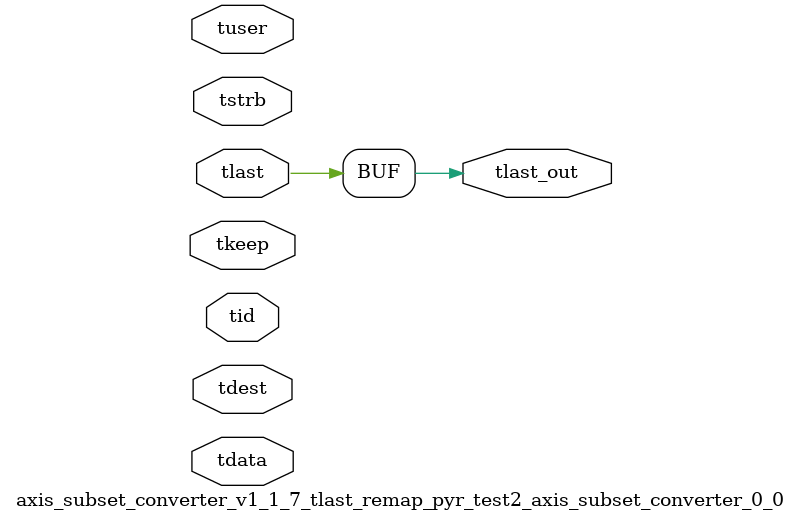
<source format=v>


`timescale 1ps/1ps

module axis_subset_converter_v1_1_7_tlast_remap_pyr_test2_axis_subset_converter_0_0 #
(
parameter C_S_AXIS_TID_WIDTH   = 1,
parameter C_S_AXIS_TUSER_WIDTH = 0,
parameter C_S_AXIS_TDATA_WIDTH = 0,
parameter C_S_AXIS_TDEST_WIDTH = 0
)
(
input  [(C_S_AXIS_TID_WIDTH   == 0 ? 1 : C_S_AXIS_TID_WIDTH)-1:0       ] tid,
input  [(C_S_AXIS_TDATA_WIDTH == 0 ? 1 : C_S_AXIS_TDATA_WIDTH)-1:0     ] tdata,
input  [(C_S_AXIS_TUSER_WIDTH == 0 ? 1 : C_S_AXIS_TUSER_WIDTH)-1:0     ] tuser,
input  [(C_S_AXIS_TDEST_WIDTH == 0 ? 1 : C_S_AXIS_TDEST_WIDTH)-1:0     ] tdest,
input  [(C_S_AXIS_TDATA_WIDTH/8)-1:0 ] tkeep,
input  [(C_S_AXIS_TDATA_WIDTH/8)-1:0 ] tstrb,
input  [0:0]                                                             tlast,
output                                                                   tlast_out
);

assign tlast_out = {tlast[0]};

endmodule


</source>
